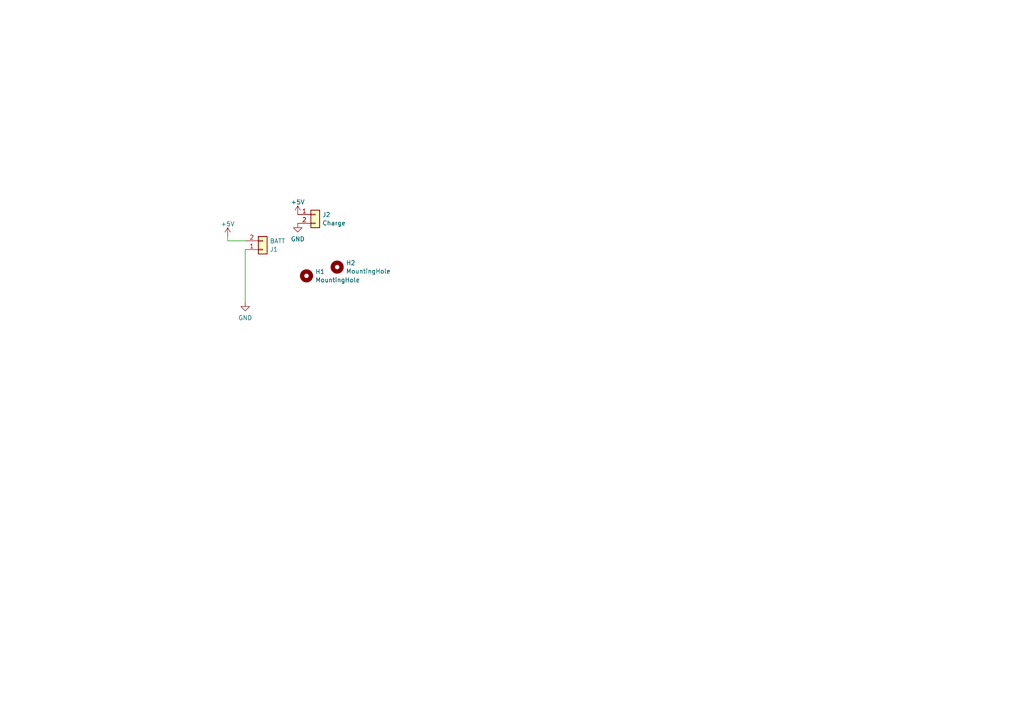
<source format=kicad_sch>
(kicad_sch (version 20231120) (generator "eeschema") (generator_version "8.0")
  (paper "A4")
  (lib_symbols
    (symbol "Connector_Generic:Conn_01x02" (pin_names (offset 1.016) hide)
      (property "Reference" "J" (at 0 2.54 0))
      (property "Value" "Conn_01x02" (at 0 -5.08 0))
      (symbol "Conn_01x02_1_1"
        (rectangle (start -1.27 -2.413) (end 0 -2.667) (stroke (width 0.1524)))
        (rectangle (start -1.27 0.127) (end 0 -0.127) (stroke (width 0.1524)))
        (rectangle (start -1.27 1.27) (end 1.27 -3.81) (stroke (width 0.254)) (fill (type background)))
        (pin passive line (at -5.08 0 0) (length 3.81) (name "Pin_1") (number "1"))
        (pin passive line (at -5.08 -2.54 0) (length 3.81) (name "Pin_2") (number "2"))
      )
    )
    (symbol "Mechanical:MountingHole" (pin_names (offset 1.016)) (exclude_from_sim yes) (in_bom no)
      (property "Reference" "H" (at 0 5.08 0))
      (property "Value" "MountingHole" (at 0 3.175 0))
      (symbol "MountingHole_0_1"
        (circle (center 0 0) (radius 1.27) (stroke (width 1.27)))
      )
    )
    (symbol "power:+5V" (power) (pin_names (offset 0))
      (property "Value" "+5V" (at 0 3.556 0))
      (symbol "+5V_0_1"
        (polyline (pts (xy -0.762 1.27) (xy 0 2.54)))
        (polyline (pts (xy 0 0) (xy 0 2.54)))
        (polyline (pts (xy 0 2.54) (xy 0.762 1.27)))
      )
      (symbol "+5V_1_1"
        (pin power_in line (at 0 0 90) (length 0) hide (name "+5V") (number "1"))
      )
    )
    (symbol "power:GND" (power) (pin_numbers hide) (pin_names (offset 0) hide)
      (property "Value" "GND" (at 0 -3.81 0))
      (symbol "GND_0_1"
        (polyline (pts (xy 0 0) (xy 0 -1.27) (xy 1.27 -1.27) (xy 0 -2.54) (xy -1.27 -1.27) (xy 0 -1.27)))
      )
      (symbol "GND_1_1"
        (pin power_in line (at 0 0 270) (length 0) (name "~") (number "1"))
      )
    )
  )
  (wire (pts (xy 71.12 72.39) (xy 71.12 87.63)))
  (wire (pts (xy 66.04 69.85) (xy 66.04 68.58)))
  (wire (pts (xy 71.12 69.85) (xy 66.04 69.85)))
  (symbol (lib_id "Mechanical:MountingHole") (at 97.79 77.47 0) (unit 1) (exclude_from_sim yes) (in_bom no)
    (property "Reference" "H2" (at 100.33 76.2578 0) (effects (justify left)))
    (property "Value" "MountingHole" (at 100.33 78.6821 0) (effects (justify left)))
    (property "Footprint" "MountingHole:MountingHole_3.2mm_M3" (effects (hide yes)))
    (property "Description" "Mounting Hole without connection" (effects (hide yes)))
  )
  (symbol (lib_id "power:+5V") (at 86.36 62.23 0) (unit 1)
    (property "Reference" "#PWR03" (effects (hide yes)))
    (property "Value" "+5V" (at 86.36 58.6255 0))
  )
  (symbol (lib_id "Connector_Generic:Conn_01x02") (at 91.44 62.23 0) (unit 1)
    (property "Reference" "J2" (at 93.472 62.2878 0) (effects (justify left)))
    (property "Value" "Charge" (at 93.472 64.7121 0) (effects (justify left)))
    (property "Footprint" "Anyma06:PogoChargeConn" (effects (hide yes)))
    (property "Description" "Generic connector, single row, 01x02, script generated (kicad-library-utils/schlib/autogen/connector/)" (effects (hide yes)))
  )
  (symbol (lib_id "power:GND") (at 71.12 87.63 0) (unit 1)
    (property "Reference" "#PWR02" (effects (hide yes)))
    (property "Value" "GND" (at 71.12 92.1925 0))
  )
  (symbol (lib_id "Connector_Generic:Conn_01x02") (at 76.2 72.39 0) (mirror x) (unit 1)
    (property "Reference" "J1" (at 78.232 72.3322 0) (effects (justify left)))
    (property "Value" "BATT" (at 78.232 69.9079 0) (effects (justify left)))
    (property "Footprint" "Connector_PinHeader_2.54mm:PinHeader_1x02_P2.54mm_Horizontal" (effects (hide yes)))
    (property "Description" "Generic connector, single row, 01x02, script generated (kicad-library-utils/schlib/autogen/connector/)" (effects (hide yes)))
  )
  (symbol (lib_id "power:GND") (at 86.36 64.77 0) (unit 1)
    (property "Reference" "#PWR04" (effects (hide yes)))
    (property "Value" "GND" (at 86.36 69.3325 0))
  )
  (symbol (lib_id "Mechanical:MountingHole") (at 88.9 80.01 0) (unit 1) (exclude_from_sim yes) (in_bom no)
    (property "Reference" "H1" (at 91.44 78.7978 0) (effects (justify left)))
    (property "Value" "MountingHole" (at 91.44 81.2221 0) (effects (justify left)))
    (property "Footprint" "MountingHole:MountingHole_3.2mm_M3" (effects (hide yes)))
    (property "Description" "Mounting Hole without connection" (effects (hide yes)))
  )
  (symbol (lib_id "power:+5V") (at 66.04 68.58 0) (unit 1)
    (property "Reference" "#PWR01" (effects (hide yes)))
    (property "Value" "+5V" (at 66.04 64.9755 0))
  )
)
</source>
